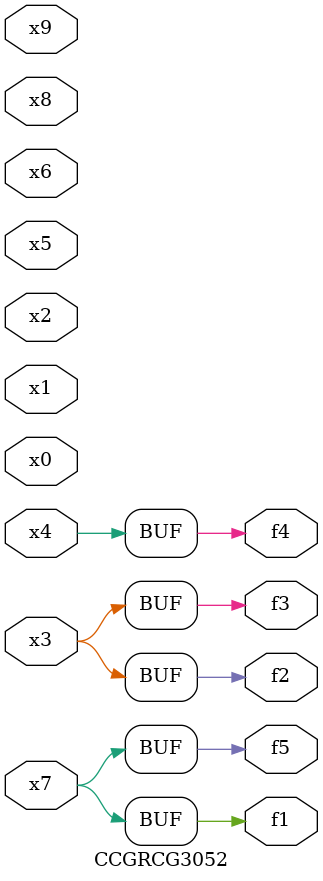
<source format=v>
module CCGRCG3052(
	input x0, x1, x2, x3, x4, x5, x6, x7, x8, x9,
	output f1, f2, f3, f4, f5
);
	assign f1 = x7;
	assign f2 = x3;
	assign f3 = x3;
	assign f4 = x4;
	assign f5 = x7;
endmodule

</source>
